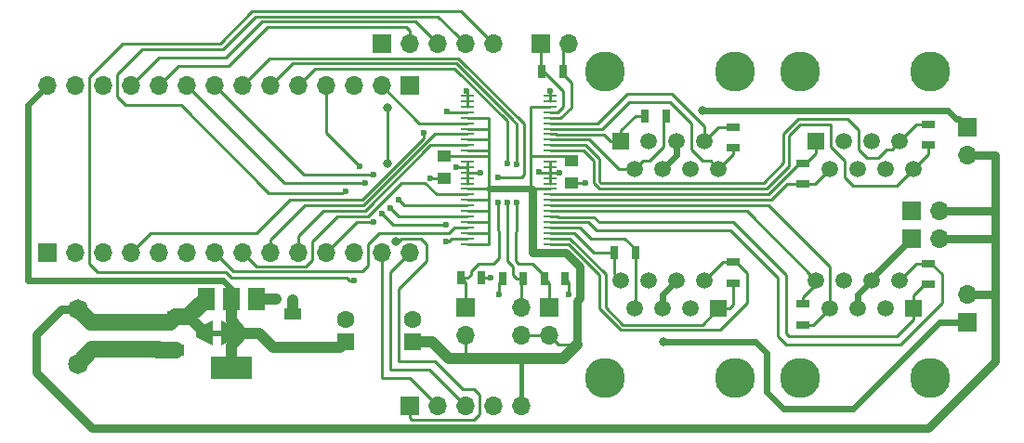
<source format=gtl>
G04 #@! TF.FileFunction,Copper,L1,Top,Signal*
%FSLAX46Y46*%
G04 Gerber Fmt 4.6, Leading zero omitted, Abs format (unit mm)*
G04 Created by KiCad (PCBNEW 4.0.6-e0-6349~53~ubuntu16.04.1) date Sat Apr 29 18:22:20 2017*
%MOMM*%
%LPD*%
G01*
G04 APERTURE LIST*
%ADD10C,0.100000*%
%ADD11R,1.600000X1.600000*%
%ADD12C,1.600000*%
%ADD13R,1.700000X1.700000*%
%ADD14O,1.700000X1.700000*%
%ADD15R,1.600000X1.000000*%
%ADD16R,1.250000X1.000000*%
%ADD17C,3.650000*%
%ADD18R,1.500000X1.500000*%
%ADD19C,1.500000*%
%ADD20R,1.524000X0.508000*%
%ADD21R,0.700000X1.300000*%
%ADD22R,1.300000X0.700000*%
%ADD23R,3.800000X2.000000*%
%ADD24R,1.500000X2.000000*%
%ADD25R,1.200000X0.240000*%
%ADD26C,1.824000*%
%ADD27C,0.600000*%
%ADD28C,0.800000*%
%ADD29C,0.800000*%
%ADD30C,1.500000*%
%ADD31C,1.000000*%
%ADD32C,0.250000*%
%ADD33C,0.400000*%
%ADD34C,0.600000*%
%ADD35C,0.200000*%
G04 APERTURE END LIST*
D10*
D11*
X89154000Y-116046000D03*
D12*
X89154000Y-114046000D03*
D13*
X88900000Y-121920000D03*
D14*
X91440000Y-121920000D03*
X93980000Y-121920000D03*
X96520000Y-121920000D03*
X99060000Y-121920000D03*
D13*
X55880000Y-107950000D03*
D14*
X58420000Y-107950000D03*
X60960000Y-107950000D03*
X63500000Y-107950000D03*
X66040000Y-107950000D03*
X68580000Y-107950000D03*
X71120000Y-107950000D03*
X73660000Y-107950000D03*
X76200000Y-107950000D03*
X78740000Y-107950000D03*
X81280000Y-107950000D03*
X83820000Y-107950000D03*
X86360000Y-107950000D03*
X88900000Y-107950000D03*
D13*
X86360000Y-88900000D03*
D14*
X88900000Y-88900000D03*
X91440000Y-88900000D03*
X93980000Y-88900000D03*
X96520000Y-88900000D03*
D15*
X67564000Y-113816000D03*
X67564000Y-116816000D03*
X78232000Y-116562000D03*
X78232000Y-113562000D03*
D11*
X83058000Y-116046000D03*
D12*
X83058000Y-114046000D03*
D16*
X92049600Y-101161600D03*
X92049600Y-99161600D03*
X103657400Y-99600000D03*
X103657400Y-101600000D03*
D13*
X93980000Y-112953800D03*
D14*
X93980000Y-115493800D03*
D13*
X101600000Y-112953800D03*
D14*
X101600000Y-115493800D03*
X99060000Y-112953800D03*
X99060000Y-115493800D03*
D13*
X88900000Y-92710000D03*
D14*
X86360000Y-92710000D03*
X83820000Y-92710000D03*
X81280000Y-92710000D03*
X78740000Y-92710000D03*
X76200000Y-92710000D03*
X73660000Y-92710000D03*
X71120000Y-92710000D03*
X68580000Y-92710000D03*
X66040000Y-92710000D03*
X63500000Y-92710000D03*
X60960000Y-92710000D03*
X58420000Y-92710000D03*
X55880000Y-92710000D03*
D17*
X106680000Y-119380000D03*
X118550000Y-119380000D03*
D18*
X117060000Y-113030000D03*
D19*
X115790000Y-110490000D03*
X114520000Y-113030000D03*
X113250000Y-110490000D03*
X111980000Y-113030000D03*
X110710000Y-110490000D03*
X109440000Y-113030000D03*
X108170000Y-110490000D03*
D13*
X139700000Y-114300000D03*
D14*
X139700000Y-111760000D03*
D17*
X124460000Y-119380000D03*
X136330000Y-119380000D03*
D18*
X134840000Y-113030000D03*
D19*
X133570000Y-110490000D03*
X132300000Y-113030000D03*
X131030000Y-110490000D03*
X129760000Y-113030000D03*
X128490000Y-110490000D03*
X127220000Y-113030000D03*
X125950000Y-110490000D03*
D13*
X134620000Y-106680000D03*
D14*
X137160000Y-106680000D03*
D17*
X136330000Y-91440000D03*
X124460000Y-91440000D03*
D18*
X125950000Y-97790000D03*
D19*
X127220000Y-100330000D03*
X128490000Y-97790000D03*
X129760000Y-100330000D03*
X131030000Y-97790000D03*
X132300000Y-100330000D03*
X133570000Y-97790000D03*
X134840000Y-100330000D03*
D13*
X100838000Y-88900000D03*
D14*
X103378000Y-88900000D03*
D13*
X134620000Y-104140000D03*
D14*
X137160000Y-104140000D03*
D17*
X118550000Y-91440000D03*
X106680000Y-91440000D03*
D18*
X108170000Y-97790000D03*
D19*
X109440000Y-100330000D03*
X110710000Y-97790000D03*
X111980000Y-100330000D03*
X113250000Y-97790000D03*
X114520000Y-100330000D03*
X115790000Y-97790000D03*
X117060000Y-100330000D03*
D13*
X139700000Y-96520000D03*
D14*
X139700000Y-99060000D03*
D10*
G36*
X71755000Y-116459000D02*
X71755000Y-114173000D01*
X73279000Y-114935000D01*
X73279000Y-115697000D01*
X71755000Y-116459000D01*
X71755000Y-116459000D01*
G37*
G36*
X70993000Y-114173000D02*
X70993000Y-116459000D01*
X69469000Y-115697000D01*
X69469000Y-114935000D01*
X70993000Y-114173000D01*
X70993000Y-114173000D01*
G37*
D20*
X71374000Y-115316000D03*
D21*
X93578600Y-110286800D03*
X95478600Y-110286800D03*
X103068200Y-110363000D03*
X101168200Y-110363000D03*
X97358200Y-110363000D03*
X99258200Y-110363000D03*
D22*
X118364000Y-108844000D03*
X118364000Y-110744000D03*
D21*
X107574000Y-107950000D03*
X109474000Y-107950000D03*
D22*
X136144000Y-108966000D03*
X136144000Y-110866000D03*
X124714000Y-112654000D03*
X124714000Y-114554000D03*
D21*
X102870000Y-91440000D03*
X100970000Y-91440000D03*
D22*
X124714000Y-101722000D03*
X124714000Y-99822000D03*
X136144000Y-98166000D03*
X136144000Y-96266000D03*
D21*
X112268000Y-95504000D03*
X110368000Y-95504000D03*
D22*
X118364000Y-98420000D03*
X118364000Y-96520000D03*
D23*
X72644000Y-118466000D03*
D24*
X72644000Y-112166000D03*
X70344000Y-112166000D03*
X74944000Y-112166000D03*
D25*
X94167000Y-93657400D03*
X94167000Y-94157400D03*
X94167000Y-94657400D03*
X94167000Y-95157400D03*
X94167000Y-95657400D03*
X94167000Y-96157400D03*
X94167000Y-96657400D03*
X94167000Y-97157400D03*
X94167000Y-97657400D03*
X94167000Y-98157400D03*
X94167000Y-98657400D03*
X94167000Y-99157400D03*
X94167000Y-99657400D03*
X94167000Y-100157400D03*
X94167000Y-100657400D03*
X94167000Y-101157400D03*
X94167000Y-101657400D03*
X94167000Y-102157400D03*
X94167000Y-102657400D03*
X94167000Y-103157400D03*
X94167000Y-103657400D03*
X94167000Y-104157400D03*
X94167000Y-104657400D03*
X94167000Y-105157400D03*
X94167000Y-105657400D03*
X94167000Y-106157400D03*
X94167000Y-106657400D03*
X94167000Y-107157400D03*
X101667000Y-107157400D03*
X101667000Y-106657400D03*
X101667000Y-106157400D03*
X101667000Y-105657400D03*
X101667000Y-105157400D03*
X101667000Y-104657400D03*
X101667000Y-104157400D03*
X101667000Y-103657400D03*
X101667000Y-103157400D03*
X101667000Y-102657400D03*
X101667000Y-102157400D03*
X101667000Y-101657400D03*
X101667000Y-101157400D03*
X101667000Y-100657400D03*
X101667000Y-100157400D03*
X101667000Y-99657400D03*
X101667000Y-99157400D03*
X101667000Y-98657400D03*
X101667000Y-98157400D03*
X101667000Y-97657400D03*
X101667000Y-97157400D03*
X101667000Y-96657400D03*
X101667000Y-96157400D03*
X101667000Y-95657400D03*
X101667000Y-95157400D03*
X101667000Y-94657400D03*
X101667000Y-94157400D03*
X101667000Y-93657400D03*
D26*
X58674000Y-113110000D03*
X58674000Y-118110000D03*
D27*
X102542600Y-100657400D03*
X104902000Y-101600000D03*
X103378000Y-111760000D03*
X97028000Y-111760000D03*
X96291400Y-110286800D03*
X78232000Y-112242600D03*
X76694000Y-112166000D03*
X90805000Y-101168200D03*
X93141800Y-100152200D03*
X101667000Y-93264900D03*
X94107000Y-93204900D03*
X100711000Y-100609400D03*
X95329000Y-100657400D03*
X90170000Y-97028000D03*
X92294600Y-95088600D03*
X83058000Y-102362000D03*
X85598000Y-105156000D03*
X83820000Y-110490000D03*
X96989997Y-101092000D03*
X96989997Y-103378000D03*
X98690003Y-99937997D03*
X98690003Y-103378000D03*
X97790000Y-99822000D03*
X97790000Y-103378000D03*
D28*
X87630000Y-106934000D03*
X86861937Y-99815937D03*
X86868000Y-94742000D03*
D27*
X92202000Y-106934000D03*
X92202000Y-105410000D03*
X86360000Y-104394000D03*
X84328000Y-100076000D03*
X87884000Y-103124000D03*
X85598000Y-100838000D03*
X87122000Y-103886000D03*
X84836000Y-101600000D03*
D28*
X112014000Y-116078000D03*
X115570000Y-94996000D03*
D29*
X142240000Y-111760000D02*
X142240000Y-117856000D01*
X142240000Y-117856000D02*
X136144000Y-123952000D01*
X136144000Y-123952000D02*
X59944000Y-123952000D01*
X59944000Y-123952000D02*
X54864000Y-118872000D01*
X54864000Y-118872000D02*
X54864000Y-115425787D01*
X54864000Y-115425787D02*
X57179787Y-113110000D01*
X57179787Y-113110000D02*
X58674000Y-113110000D01*
D30*
X67564000Y-113816000D02*
X67080000Y-114300000D01*
X67080000Y-114300000D02*
X59864000Y-114300000D01*
X59864000Y-114300000D02*
X58674000Y-113110000D01*
D29*
X142240000Y-99060000D02*
X139700000Y-99060000D01*
X142240000Y-104140000D02*
X142240000Y-99060000D01*
X142240000Y-104140000D02*
X137160000Y-104140000D01*
X142240000Y-106680000D02*
X142240000Y-104140000D01*
X142240000Y-106680000D02*
X137160000Y-106680000D01*
X142240000Y-111760000D02*
X142240000Y-106680000D01*
X142240000Y-111760000D02*
X139700000Y-111760000D01*
D31*
X68694000Y-113816000D02*
X68731000Y-113816000D01*
X68731000Y-113816000D02*
X69911999Y-114996999D01*
X69911999Y-114996999D02*
X69911999Y-115316000D01*
D30*
X67564000Y-113816000D02*
X68694000Y-113816000D01*
X68694000Y-113816000D02*
X70344000Y-112166000D01*
X67564000Y-116816000D02*
X66016000Y-116816000D01*
X66016000Y-116816000D02*
X66000001Y-116800001D01*
X66000001Y-116800001D02*
X59983999Y-116800001D01*
X59983999Y-116800001D02*
X58674000Y-118110000D01*
D32*
X101667000Y-100657400D02*
X102542600Y-100657400D01*
X103657400Y-101600000D02*
X104902000Y-101600000D01*
X103378000Y-111760000D02*
X103378000Y-110672800D01*
X103378000Y-110672800D02*
X103068200Y-110363000D01*
X97028000Y-111760000D02*
X97028000Y-110693200D01*
X97028000Y-110693200D02*
X97358200Y-110363000D01*
X96078600Y-110286800D02*
X96291400Y-110286800D01*
X95478600Y-110286800D02*
X96078600Y-110286800D01*
D31*
X78232000Y-113562000D02*
X78232000Y-112242600D01*
X76694400Y-112166400D02*
X76694000Y-112166000D01*
X74944000Y-112166000D02*
X76694000Y-112166000D01*
D32*
X91168000Y-101168200D02*
X90805000Y-101168200D01*
X92049600Y-101161600D02*
X91174600Y-101161600D01*
X91174600Y-101161600D02*
X91168000Y-101168200D01*
X93411800Y-100152200D02*
X93141800Y-100152200D01*
X94167000Y-100157400D02*
X93417000Y-100157400D01*
X93417000Y-100157400D02*
X93411800Y-100152200D01*
X94167000Y-94657400D02*
X94167000Y-94157400D01*
X101667000Y-94157400D02*
X101667000Y-93657400D01*
X94167000Y-93657400D02*
X94167000Y-94157400D01*
X101688500Y-93243400D02*
X101667000Y-93264900D01*
X101667000Y-93657400D02*
X101667000Y-93264900D01*
X94167000Y-93657400D02*
X94167000Y-93264900D01*
X94167000Y-93264900D02*
X94107000Y-93204900D01*
X101667000Y-100157400D02*
X101667000Y-100657400D01*
X101667000Y-101157400D02*
X101667000Y-100657400D01*
X101667000Y-101657400D02*
X101667000Y-101157400D01*
X101667000Y-99657400D02*
X101667000Y-100157400D01*
X94167000Y-101157400D02*
X94167000Y-100657400D01*
X94167000Y-101657400D02*
X94167000Y-101157400D01*
X94167000Y-100157400D02*
X94167000Y-100657400D01*
X94167000Y-99657400D02*
X94167000Y-100157400D01*
X101667000Y-100657400D02*
X100759000Y-100657400D01*
X100759000Y-100657400D02*
X100711000Y-100609400D01*
X94167000Y-100657400D02*
X95329000Y-100657400D01*
X94488000Y-117602000D02*
X93980000Y-117094000D01*
X93980000Y-117094000D02*
X93980000Y-115493800D01*
D31*
X96774000Y-117602000D02*
X99060000Y-117602000D01*
X99060000Y-117602000D02*
X102870000Y-117602000D01*
D33*
X99060000Y-121920000D02*
X99060000Y-120717919D01*
X99060000Y-120717919D02*
X99060000Y-117602000D01*
D31*
X92510000Y-117602000D02*
X94488000Y-117602000D01*
X94488000Y-117602000D02*
X96774000Y-117602000D01*
D32*
X94538800Y-117551200D02*
X94488000Y-117602000D01*
D31*
X102870000Y-117602000D02*
X104140000Y-116332000D01*
X89154000Y-116046000D02*
X90954000Y-116046000D01*
X90954000Y-116046000D02*
X92510000Y-117602000D01*
D32*
X101667000Y-99157400D02*
X103214800Y-99157400D01*
X103214800Y-99157400D02*
X103657400Y-99600000D01*
D34*
X72644000Y-112166000D02*
X72644000Y-111252000D01*
X54102000Y-94488000D02*
X55880000Y-92710000D01*
X72644000Y-111252000D02*
X71882000Y-110490000D01*
X71882000Y-110490000D02*
X54102000Y-110490000D01*
X54102000Y-110490000D02*
X54102000Y-94488000D01*
D32*
X101600000Y-115493800D02*
X102449999Y-116343799D01*
X102449999Y-116343799D02*
X104128201Y-116343799D01*
X104128201Y-116343799D02*
X104140000Y-116332000D01*
D29*
X100076000Y-107950000D02*
X100076000Y-102285800D01*
X100076000Y-102285800D02*
X99949000Y-102158800D01*
X103124000Y-107950000D02*
X100076000Y-107950000D01*
X104394000Y-109220000D02*
X103124000Y-107950000D01*
X104394000Y-112076002D02*
X104394000Y-109220000D01*
X104140000Y-116332000D02*
X104140000Y-112330002D01*
X104140000Y-112330002D02*
X104394000Y-112076002D01*
D34*
X99949000Y-102158800D02*
X96139000Y-102158800D01*
X96139000Y-102158800D02*
X96137600Y-102157400D01*
D31*
X73379000Y-115316000D02*
X75186000Y-115316000D01*
X75186000Y-115316000D02*
X76432000Y-116562000D01*
X76432000Y-116562000D02*
X78232000Y-116562000D01*
D32*
X99949000Y-102158800D02*
X99949000Y-100076000D01*
X99949000Y-100076000D02*
X99949000Y-99161600D01*
X96139000Y-102158800D02*
X96139000Y-100330000D01*
X96139000Y-100330000D02*
X96139000Y-99187000D01*
X99060000Y-115493800D02*
X101600000Y-115493800D01*
D31*
X78232000Y-116562000D02*
X82542000Y-116562000D01*
X82542000Y-116562000D02*
X83058000Y-116046000D01*
X72644000Y-118466000D02*
X72644000Y-116466000D01*
X72644000Y-116466000D02*
X73379000Y-115731000D01*
X73379000Y-115731000D02*
X73379000Y-115316000D01*
X72644000Y-112166000D02*
X72644000Y-114166000D01*
X72644000Y-114166000D02*
X73379000Y-114901000D01*
X73379000Y-114901000D02*
X73379000Y-115316000D01*
D35*
X72517000Y-115316000D02*
X73379000Y-115316000D01*
D32*
X92049600Y-99161600D02*
X94162800Y-99161600D01*
X94162800Y-99161600D02*
X94167000Y-99157400D01*
X99949000Y-99161600D02*
X99949000Y-94640400D01*
X101667000Y-99157400D02*
X99953200Y-99157400D01*
X99953200Y-99157400D02*
X99949000Y-99161600D01*
X99949000Y-94640400D02*
X99966000Y-94657400D01*
X99966000Y-94657400D02*
X101667000Y-94657400D01*
X101190800Y-102158800D02*
X99949000Y-102158800D01*
X101667000Y-102157400D02*
X101192200Y-102157400D01*
X101192200Y-102157400D02*
X101190800Y-102158800D01*
X96139000Y-107162600D02*
X96139000Y-106146600D01*
X96139000Y-106146600D02*
X96139000Y-105156000D01*
X94167000Y-106157400D02*
X96128200Y-106157400D01*
X96128200Y-106157400D02*
X96139000Y-106146600D01*
X96139000Y-105156000D02*
X96139000Y-104140000D01*
X94167000Y-105157400D02*
X96137600Y-105157400D01*
X96137600Y-105157400D02*
X96139000Y-105156000D01*
X96139000Y-104140000D02*
X96139000Y-103149400D01*
X94167000Y-104157400D02*
X96121600Y-104157400D01*
X96121600Y-104157400D02*
X96139000Y-104140000D01*
X96139000Y-103149400D02*
X96139000Y-102158800D01*
X94167000Y-103157400D02*
X94917000Y-103157400D01*
X94917000Y-103157400D02*
X94925000Y-103149400D01*
X94925000Y-103149400D02*
X96139000Y-103149400D01*
X94167000Y-102157400D02*
X96137600Y-102157400D01*
X96139000Y-99187000D02*
X96139000Y-98628200D01*
X94167000Y-99157400D02*
X96109400Y-99157400D01*
X96109400Y-99157400D02*
X96139000Y-99187000D01*
X94167000Y-98657400D02*
X96109800Y-98657400D01*
X96139000Y-98628200D02*
X96139000Y-97663000D01*
X96109800Y-98657400D02*
X96139000Y-98628200D01*
X94167000Y-97657400D02*
X96133400Y-97657400D01*
X96139000Y-97663000D02*
X96139000Y-96672400D01*
X96133400Y-97657400D02*
X96139000Y-97663000D01*
X96139000Y-96672400D02*
X96139000Y-95656400D01*
X94167000Y-96657400D02*
X96124000Y-96657400D01*
X96124000Y-96657400D02*
X96139000Y-96672400D01*
X94167000Y-107157400D02*
X94917000Y-107157400D01*
X94917000Y-107157400D02*
X94922200Y-107162600D01*
X94922200Y-107162600D02*
X96139000Y-107162600D01*
X96139000Y-95656400D02*
X96138000Y-95657400D01*
X96138000Y-95657400D02*
X94167000Y-95657400D01*
X90170000Y-97028000D02*
X90170000Y-97533180D01*
X90170000Y-97533180D02*
X84579180Y-103124000D01*
X84579180Y-103124000D02*
X77978000Y-103124000D01*
X77978000Y-103124000D02*
X74930000Y-106172000D01*
X74930000Y-106172000D02*
X65278000Y-106172000D01*
X65278000Y-106172000D02*
X63500000Y-107950000D01*
X92294600Y-95157400D02*
X92294600Y-95088600D01*
X92294600Y-95157400D02*
X94167000Y-95157400D01*
X94167000Y-105657400D02*
X93417000Y-105657400D01*
X93417000Y-105657400D02*
X93410400Y-105664000D01*
X92456000Y-106172000D02*
X86106000Y-106172000D01*
X86106000Y-106172000D02*
X85090000Y-107188000D01*
X93410400Y-105664000D02*
X92964000Y-105664000D01*
X92964000Y-105664000D02*
X92456000Y-106172000D01*
X85090000Y-107188000D02*
X85090000Y-109162010D01*
X85090000Y-109162010D02*
X84582000Y-109670010D01*
X84582000Y-109670010D02*
X72840010Y-109670010D01*
X72840010Y-109670010D02*
X71120000Y-107950000D01*
X73660000Y-107950000D02*
X74930000Y-109220000D01*
X90311798Y-101600000D02*
X91369198Y-102657400D01*
X74930000Y-109220000D02*
X79463002Y-109220000D01*
X79463002Y-109220000D02*
X80010000Y-108673002D01*
X80010000Y-108673002D02*
X80010000Y-106934000D01*
X80010000Y-106934000D02*
X82296000Y-104648000D01*
X82296000Y-104648000D02*
X85090000Y-104648000D01*
X85090000Y-104648000D02*
X88138000Y-101600000D01*
X88138000Y-101600000D02*
X90311798Y-101600000D01*
X91369198Y-102657400D02*
X93417000Y-102657400D01*
X93417000Y-102657400D02*
X94167000Y-102657400D01*
X84707590Y-103632000D02*
X91182190Y-97157400D01*
X91182190Y-97157400D02*
X94167000Y-97157400D01*
X76200000Y-107950000D02*
X76200000Y-106747919D01*
X76200000Y-106747919D02*
X79315919Y-103632000D01*
X79315919Y-103632000D02*
X84707590Y-103632000D01*
X94167000Y-98157400D02*
X90818600Y-98157400D01*
X90818600Y-98157400D02*
X84836000Y-104140000D01*
X84836000Y-104140000D02*
X81026000Y-104140000D01*
X81026000Y-104140000D02*
X78740000Y-106426000D01*
X78740000Y-106426000D02*
X78740000Y-107950000D01*
X82941000Y-102362000D02*
X82804000Y-102499000D01*
X82804000Y-102499000D02*
X76083000Y-102499000D01*
X83058000Y-102362000D02*
X82941000Y-102362000D01*
X93130001Y-88050001D02*
X93980000Y-88900000D01*
X76083000Y-102499000D02*
X68072000Y-94488000D01*
X68072000Y-94488000D02*
X62992000Y-94488000D01*
X62992000Y-94488000D02*
X62230000Y-93726000D01*
X62230000Y-93726000D02*
X62230000Y-91694000D01*
X64516000Y-89408000D02*
X71882000Y-89408000D01*
X62230000Y-91694000D02*
X64516000Y-89408000D01*
X71882000Y-89408000D02*
X74872010Y-86417990D01*
X74872010Y-86417990D02*
X91497990Y-86417990D01*
X91497990Y-86417990D02*
X93130001Y-88050001D01*
X84074000Y-105156000D02*
X85598000Y-105156000D01*
X82129999Y-107100001D02*
X84074000Y-105156000D01*
X81280000Y-107950000D02*
X82129999Y-107100001D01*
X72644000Y-110236000D02*
X83058000Y-110236000D01*
X83820000Y-110490000D02*
X83395736Y-110490000D01*
X83395736Y-110490000D02*
X83141736Y-110236000D01*
X83141736Y-110236000D02*
X83058000Y-110236000D01*
X62738000Y-88900000D02*
X59690000Y-91948000D01*
X96520000Y-88900000D02*
X93587981Y-85967981D01*
X74560019Y-85967981D02*
X71628000Y-88900000D01*
X93587981Y-85967981D02*
X74560019Y-85967981D01*
X71628000Y-88900000D02*
X62738000Y-88900000D01*
X59690000Y-91948000D02*
X59690000Y-108966000D01*
X59690000Y-108966000D02*
X60452000Y-109728000D01*
X60452000Y-109728000D02*
X72136000Y-109728000D01*
X72136000Y-109728000D02*
X72644000Y-110236000D01*
X86360000Y-119380000D02*
X88900000Y-119380000D01*
X88900000Y-119380000D02*
X91440000Y-121920000D01*
X86360000Y-107950000D02*
X86360000Y-119380000D01*
X88900000Y-107950000D02*
X87122000Y-109728000D01*
X87122000Y-109728000D02*
X87122000Y-118618000D01*
X87122000Y-118618000D02*
X90678000Y-118618000D01*
X90678000Y-118618000D02*
X93980000Y-121920000D01*
X93980000Y-112953800D02*
X93980000Y-110688200D01*
X93980000Y-110688200D02*
X93578600Y-110286800D01*
X99315004Y-100836996D02*
X99315004Y-96266000D01*
X99315004Y-96215082D02*
X99315004Y-96266000D01*
X73660000Y-92710000D02*
X76142010Y-90227990D01*
X76142010Y-90227990D02*
X93327912Y-90227990D01*
X93327912Y-90227990D02*
X99315004Y-96215082D01*
X99060000Y-101092000D02*
X99315004Y-100836996D01*
X96989997Y-101092000D02*
X99060000Y-101092000D01*
X97028000Y-108458000D02*
X96989997Y-103378000D01*
X97028000Y-103378000D02*
X96989997Y-103378000D01*
X95214398Y-108966000D02*
X96520000Y-108966000D01*
X96520000Y-108966000D02*
X97028000Y-108458000D01*
X94488000Y-109977400D02*
X94488000Y-109692398D01*
X94488000Y-109692398D02*
X95214398Y-108966000D01*
X94178600Y-110286800D02*
X94488000Y-109977400D01*
X94178600Y-110286800D02*
X93578600Y-110286800D01*
X98240010Y-95776498D02*
X93141512Y-90678000D01*
X98690003Y-96254709D02*
X98240010Y-95804716D01*
X98240010Y-95804716D02*
X98240010Y-95776498D01*
X98690003Y-99937997D02*
X98690003Y-96254709D01*
X98552000Y-108712000D02*
X98690003Y-103378000D01*
X98552000Y-103378000D02*
X98690003Y-103378000D01*
X98806000Y-108966000D02*
X98552000Y-108712000D01*
X100071200Y-108966000D02*
X99314000Y-108966000D01*
X99314000Y-108966000D02*
X98806000Y-108966000D01*
X101168200Y-110063000D02*
X100071200Y-108966000D01*
X76200000Y-92710000D02*
X78232000Y-90678000D01*
X78232000Y-90678000D02*
X93141512Y-90678000D01*
X101168200Y-110363000D02*
X101168200Y-110063000D01*
X101600000Y-112953800D02*
X101600000Y-110794800D01*
X101600000Y-110794800D02*
X101168200Y-110363000D01*
X97790000Y-108712000D02*
X98298000Y-109220000D01*
X98298000Y-109220000D02*
X98298000Y-110002800D01*
X97790000Y-103378000D02*
X97790000Y-108712000D01*
X97790000Y-95962898D02*
X97790000Y-99822000D01*
X80264000Y-91186000D02*
X93013102Y-91186000D01*
X93013102Y-91186000D02*
X97790000Y-95962898D01*
X78740000Y-92710000D02*
X80264000Y-91186000D01*
X99258200Y-110363000D02*
X98658200Y-110363000D01*
X98658200Y-110363000D02*
X98298000Y-110002800D01*
X99060000Y-112953800D02*
X99060000Y-110561200D01*
X99060000Y-110561200D02*
X99258200Y-110363000D01*
X87630000Y-106934000D02*
X87884000Y-106934000D01*
X90424000Y-107188000D02*
X90424000Y-108712000D01*
X95250000Y-120904000D02*
X95250000Y-122682000D01*
X87884000Y-106934000D02*
X88138000Y-106680000D01*
X88138000Y-106680000D02*
X89916000Y-106680000D01*
X93726000Y-120396000D02*
X94742000Y-120396000D01*
X95250000Y-122682000D02*
X94742000Y-123190000D01*
X89916000Y-106680000D02*
X90424000Y-107188000D01*
X94742000Y-120396000D02*
X95250000Y-120904000D01*
X90424000Y-108712000D02*
X87884000Y-111252000D01*
X87884000Y-111252000D02*
X87884000Y-117856000D01*
X87884000Y-117856000D02*
X91186000Y-117856000D01*
X89070000Y-123190000D02*
X88900000Y-123020000D01*
X88900000Y-123020000D02*
X88900000Y-121920000D01*
X91186000Y-117856000D02*
X93726000Y-120396000D01*
X94742000Y-123190000D02*
X89070000Y-123190000D01*
X86868000Y-94742000D02*
X86861937Y-99815937D01*
X86868000Y-99822000D02*
X86861937Y-99815937D01*
X94167000Y-96157400D02*
X89807400Y-96157400D01*
X89807400Y-96157400D02*
X86360000Y-92710000D01*
X92202000Y-106934000D02*
X92489264Y-106934000D01*
X92489264Y-106934000D02*
X92765864Y-106657400D01*
X92765864Y-106657400D02*
X93417000Y-106657400D01*
X93417000Y-106657400D02*
X94167000Y-106657400D01*
X87376000Y-105410000D02*
X92202000Y-105410000D01*
X87122000Y-105156000D02*
X87376000Y-105410000D01*
X86360000Y-104394000D02*
X87122000Y-105156000D01*
X81280000Y-97028000D02*
X84328000Y-100076000D01*
X81280000Y-92710000D02*
X81280000Y-97028000D01*
X87884000Y-103124000D02*
X88417400Y-103657400D01*
X88417400Y-103657400D02*
X94167000Y-103657400D01*
X79248000Y-100838000D02*
X85598000Y-100838000D01*
X71120000Y-92710000D02*
X79248000Y-100838000D01*
X87122000Y-103886000D02*
X87893400Y-104657400D01*
X87893400Y-104657400D02*
X94167000Y-104657400D01*
X77470000Y-101600000D02*
X84836000Y-101600000D01*
X68580000Y-92710000D02*
X77470000Y-101600000D01*
X88900000Y-88900000D02*
X88900000Y-87697919D01*
X88900000Y-87697919D02*
X88578081Y-87376000D01*
X88578081Y-87376000D02*
X75946000Y-87376000D01*
X75946000Y-87376000D02*
X72390000Y-90932000D01*
X72390000Y-90932000D02*
X67818000Y-90932000D01*
X67818000Y-90932000D02*
X66040000Y-92710000D01*
X88900000Y-89408000D02*
X88900000Y-88900000D01*
X72136000Y-90170000D02*
X75438000Y-86868000D01*
X91440000Y-88900000D02*
X89408000Y-86868000D01*
X89408000Y-86868000D02*
X75438000Y-86868000D01*
X71882000Y-90170000D02*
X72136000Y-90170000D01*
X71628000Y-90170000D02*
X71882000Y-90170000D01*
X66040000Y-90170000D02*
X71628000Y-90170000D01*
X63500000Y-92710000D02*
X66040000Y-90170000D01*
X91440000Y-88646000D02*
X91440000Y-88900000D01*
X101667000Y-106657400D02*
X103493128Y-106657400D01*
X103493128Y-106657400D02*
X106744205Y-109908477D01*
X106744205Y-109908477D02*
X106744205Y-112965795D01*
X106744205Y-112965795D02*
X108332410Y-114554000D01*
X108332410Y-114554000D02*
X115570000Y-114554000D01*
X117060000Y-113064000D02*
X117060000Y-113030000D01*
X115570000Y-114554000D02*
X117060000Y-113064000D01*
X118364000Y-110744000D02*
X118364000Y-112726000D01*
X118060000Y-113030000D02*
X117060000Y-113030000D01*
X118364000Y-112726000D02*
X118060000Y-113030000D01*
X101667000Y-107157400D02*
X103356718Y-107157400D01*
X103356718Y-107157400D02*
X106172000Y-109972682D01*
X106172000Y-109972682D02*
X106172000Y-113030000D01*
X118664000Y-108844000D02*
X118364000Y-108844000D01*
X106172000Y-113030000D02*
X108146009Y-115004009D01*
X119634000Y-112541002D02*
X119634000Y-109814000D01*
X108146009Y-115004009D02*
X117170993Y-115004009D01*
X119634000Y-109814000D02*
X118664000Y-108844000D01*
X117170993Y-115004009D02*
X119634000Y-112541002D01*
X115790000Y-110490000D02*
X117436000Y-108844000D01*
X117436000Y-108844000D02*
X118364000Y-108844000D01*
D34*
X120396000Y-116078000D02*
X121412000Y-117094000D01*
X112776000Y-116078000D02*
X120396000Y-116078000D01*
X112014000Y-116078000D02*
X112776000Y-116078000D01*
X129286000Y-122174000D02*
X137160000Y-114300000D01*
X137160000Y-114300000D02*
X139700000Y-114300000D01*
X122936000Y-122174000D02*
X129286000Y-122174000D01*
X121412000Y-120650000D02*
X122936000Y-122174000D01*
X121412000Y-117094000D02*
X121412000Y-120650000D01*
X111980000Y-113030000D02*
X111980000Y-111760000D01*
X111980000Y-111760000D02*
X113250000Y-110490000D01*
D32*
X109474000Y-107950000D02*
X109474000Y-112996000D01*
X109474000Y-112996000D02*
X109440000Y-113030000D01*
X105410000Y-106680000D02*
X108504000Y-106680000D01*
X108504000Y-106680000D02*
X109474000Y-107650000D01*
X109474000Y-107650000D02*
X109474000Y-107950000D01*
X104387400Y-105657400D02*
X105410000Y-106680000D01*
X101667000Y-105657400D02*
X104387400Y-105657400D01*
X107574000Y-107950000D02*
X107574000Y-109894000D01*
X107574000Y-109894000D02*
X108170000Y-110490000D01*
X103871400Y-106157400D02*
X105664000Y-107950000D01*
X105664000Y-107950000D02*
X107574000Y-107950000D01*
X101667000Y-106157400D02*
X103871400Y-106157400D01*
X134840000Y-113030000D02*
X134840000Y-111870000D01*
X134840000Y-111870000D02*
X135844000Y-110866000D01*
X135844000Y-110866000D02*
X136144000Y-110866000D01*
X101667000Y-104657400D02*
X102417000Y-104657400D01*
X134840000Y-114030000D02*
X134840000Y-113030000D01*
X102417000Y-104657400D02*
X102466990Y-104707390D01*
X106172000Y-105156000D02*
X118364000Y-105156000D01*
X102466990Y-104707390D02*
X105723390Y-104707390D01*
X123190000Y-115316000D02*
X123444000Y-115570000D01*
X105723390Y-104707390D02*
X106172000Y-105156000D01*
X123190000Y-109982000D02*
X123190000Y-115316000D01*
X118364000Y-105156000D02*
X123190000Y-109982000D01*
X123444000Y-115570000D02*
X133300000Y-115570000D01*
X133300000Y-115570000D02*
X134840000Y-114030000D01*
X136144000Y-108966000D02*
X135094000Y-108966000D01*
X135094000Y-108966000D02*
X133570000Y-110490000D01*
X101667000Y-105157400D02*
X105157400Y-105157400D01*
X118110000Y-105918000D02*
X122428000Y-110236000D01*
X122428000Y-110236000D02*
X122428000Y-115570000D01*
X105157400Y-105157400D02*
X105918000Y-105918000D01*
X137414000Y-112541002D02*
X137414000Y-109936000D01*
X105918000Y-105918000D02*
X118110000Y-105918000D01*
X122428000Y-115570000D02*
X123190000Y-116332000D01*
X137414000Y-109936000D02*
X136444000Y-108966000D01*
X123190000Y-116332000D02*
X133623002Y-116332000D01*
X133623002Y-116332000D02*
X137414000Y-112541002D01*
X136444000Y-108966000D02*
X136144000Y-108966000D01*
D34*
X131030000Y-110490000D02*
X131030000Y-110270000D01*
X131030000Y-110270000D02*
X134620000Y-106680000D01*
X129760000Y-113030000D02*
X129760000Y-111760000D01*
X129760000Y-111760000D02*
X131030000Y-110490000D01*
D32*
X124714000Y-114554000D02*
X125696000Y-114554000D01*
X125696000Y-114554000D02*
X127220000Y-113030000D01*
X121640600Y-103657400D02*
X127220000Y-109236800D01*
X127220000Y-109236800D02*
X127220000Y-113030000D01*
X101667000Y-103657400D02*
X121640600Y-103657400D01*
X125950000Y-111032000D02*
X125736000Y-111032000D01*
X125736000Y-111032000D02*
X124714000Y-112054000D01*
X124714000Y-112054000D02*
X124714000Y-112654000D01*
X125950000Y-110490000D02*
X125950000Y-111032000D01*
X101667000Y-104157400D02*
X119617400Y-104157400D01*
X119617400Y-104157400D02*
X125950000Y-110490000D01*
X124714000Y-99822000D02*
X125014000Y-99822000D01*
X125014000Y-99822000D02*
X125950000Y-98886000D01*
X125950000Y-98886000D02*
X125950000Y-98790000D01*
X125950000Y-98790000D02*
X125950000Y-97790000D01*
X101667000Y-102657400D02*
X121578600Y-102657400D01*
X121578600Y-102657400D02*
X124414000Y-99822000D01*
X124414000Y-99822000D02*
X124714000Y-99822000D01*
X124714000Y-101722000D02*
X125828000Y-101722000D01*
X125828000Y-101722000D02*
X127220000Y-100330000D01*
X121886600Y-103157400D02*
X123322000Y-101722000D01*
X123322000Y-101722000D02*
X124714000Y-101722000D01*
X101667000Y-103157400D02*
X121886600Y-103157400D01*
X135636000Y-96266000D02*
X136144000Y-96266000D01*
X133570000Y-97790000D02*
X135094000Y-96266000D01*
X135094000Y-96266000D02*
X135636000Y-96266000D01*
X101667000Y-98157400D02*
X104889810Y-98157400D01*
X122993990Y-99764010D02*
X122993990Y-97095600D01*
X129794000Y-96774000D02*
X129794000Y-98552000D01*
X104889810Y-98157400D02*
X106172000Y-99439590D01*
X106172000Y-99439590D02*
X106172000Y-101471590D01*
X129794000Y-98552000D02*
X130556000Y-99314000D01*
X106172000Y-101471590D02*
X106300410Y-101600000D01*
X122993990Y-97095600D02*
X124331590Y-95758000D01*
X106300410Y-101600000D02*
X121158000Y-101600000D01*
X121158000Y-101600000D02*
X122993990Y-99764010D01*
X130556000Y-99314000D02*
X131572000Y-99314000D01*
X124331590Y-95758000D02*
X128778000Y-95758000D01*
X128778000Y-95758000D02*
X129794000Y-96774000D01*
X131572000Y-99314000D02*
X132346001Y-98539999D01*
X132346001Y-98539999D02*
X132820001Y-98539999D01*
X132820001Y-98539999D02*
X133570000Y-97790000D01*
X134840000Y-100330000D02*
X136144000Y-99026000D01*
X136144000Y-99026000D02*
X136144000Y-98166000D01*
X101667000Y-98657400D02*
X104753400Y-98657400D01*
X124460000Y-96266000D02*
X127254000Y-96266000D01*
X129286000Y-101854000D02*
X133316000Y-101854000D01*
X104753400Y-98657400D02*
X105664000Y-99568000D01*
X105664000Y-99568000D02*
X105664000Y-101600000D01*
X121412000Y-102108000D02*
X123444000Y-100076000D01*
X105664000Y-101600000D02*
X106172000Y-102108000D01*
X106172000Y-102108000D02*
X121412000Y-102108000D01*
X127254000Y-98298000D02*
X128524000Y-99568000D01*
X123444000Y-100076000D02*
X123444000Y-97282000D01*
X128524000Y-101092000D02*
X129286000Y-101854000D01*
X123444000Y-97282000D02*
X124460000Y-96266000D01*
X127254000Y-96266000D02*
X127254000Y-98298000D01*
X128524000Y-99568000D02*
X128524000Y-101092000D01*
X133316000Y-101854000D02*
X134840000Y-100330000D01*
X100838000Y-88900000D02*
X100838000Y-91308000D01*
X100838000Y-91308000D02*
X100970000Y-91440000D01*
X101667000Y-95157400D02*
X102417000Y-95157400D01*
X102417000Y-95157400D02*
X102870000Y-94704400D01*
X102870000Y-94704400D02*
X102870000Y-93218000D01*
X102870000Y-93218000D02*
X101092000Y-91440000D01*
X101092000Y-91440000D02*
X100970000Y-91440000D01*
X102870000Y-91440000D02*
X102870000Y-89408000D01*
X102870000Y-89408000D02*
X103378000Y-88900000D01*
X101667000Y-95657400D02*
X102261400Y-95657400D01*
X102261400Y-95657400D02*
X102311390Y-95707390D01*
X102870000Y-91740000D02*
X102870000Y-91440000D01*
X102311390Y-95707390D02*
X102666610Y-95707390D01*
X102666610Y-95707390D02*
X103632000Y-94742000D01*
X103632000Y-94742000D02*
X103632000Y-92502000D01*
X103632000Y-92502000D02*
X102870000Y-91740000D01*
X108170000Y-97790000D02*
X108170000Y-96790000D01*
X108170000Y-96790000D02*
X109456000Y-95504000D01*
X109456000Y-95504000D02*
X109768000Y-95504000D01*
X109768000Y-95504000D02*
X110368000Y-95504000D01*
X101667000Y-97157400D02*
X102237400Y-97157400D01*
X102237400Y-97157400D02*
X102287390Y-97207390D01*
X102287390Y-97207390D02*
X106587390Y-97207390D01*
X107170000Y-97790000D02*
X108170000Y-97790000D01*
X106587390Y-97207390D02*
X107170000Y-97790000D01*
X112014000Y-98298000D02*
X110731999Y-99580001D01*
X110731999Y-99580001D02*
X110189999Y-99580001D01*
X110189999Y-99580001D02*
X109440000Y-100330000D01*
X112014000Y-96058000D02*
X112014000Y-98298000D01*
X112268000Y-95504000D02*
X112268000Y-95804000D01*
X112268000Y-95804000D02*
X112014000Y-96058000D01*
X105277400Y-97657400D02*
X107950000Y-100330000D01*
X107950000Y-100330000D02*
X109440000Y-100330000D01*
X101667000Y-97657400D02*
X105277400Y-97657400D01*
D34*
X138684000Y-95758000D02*
X138938000Y-95758000D01*
X138938000Y-95758000D02*
X139700000Y-96520000D01*
X137922000Y-94996000D02*
X138684000Y-95758000D01*
X115570000Y-94996000D02*
X137922000Y-94996000D01*
X111980000Y-100330000D02*
X113250000Y-99060000D01*
X113250000Y-99060000D02*
X113250000Y-97790000D01*
D32*
X115790000Y-97790000D02*
X117060000Y-96520000D01*
X117060000Y-96520000D02*
X118364000Y-96520000D01*
X101667000Y-96157400D02*
X106026600Y-96157400D01*
X106026600Y-96157400D02*
X108712000Y-93472000D01*
X108712000Y-93472000D02*
X112776000Y-93472000D01*
X112776000Y-93472000D02*
X115790000Y-96486000D01*
X115790000Y-96486000D02*
X115790000Y-97790000D01*
X118364000Y-98420000D02*
X118364000Y-99026000D01*
X118364000Y-99026000D02*
X117060000Y-100330000D01*
X114554000Y-98552000D02*
X115582001Y-99580001D01*
X115582001Y-99580001D02*
X116310001Y-99580001D01*
X116310001Y-99580001D02*
X117060000Y-100330000D01*
X114554000Y-96204998D02*
X114554000Y-98552000D01*
X108864400Y-94234000D02*
X112583002Y-94234000D01*
X112583002Y-94234000D02*
X114554000Y-96204998D01*
X106441000Y-96657400D02*
X108864400Y-94234000D01*
X101667000Y-96657400D02*
X106441000Y-96657400D01*
M02*

</source>
